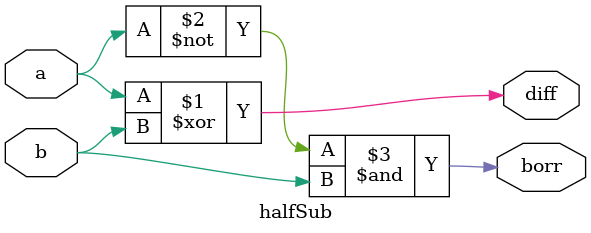
<source format=v>

module halfSub(input a,b, output diff,borr);
    assign diff = a^b;
    assign borr = ~a&b;

endmodule 
</source>
